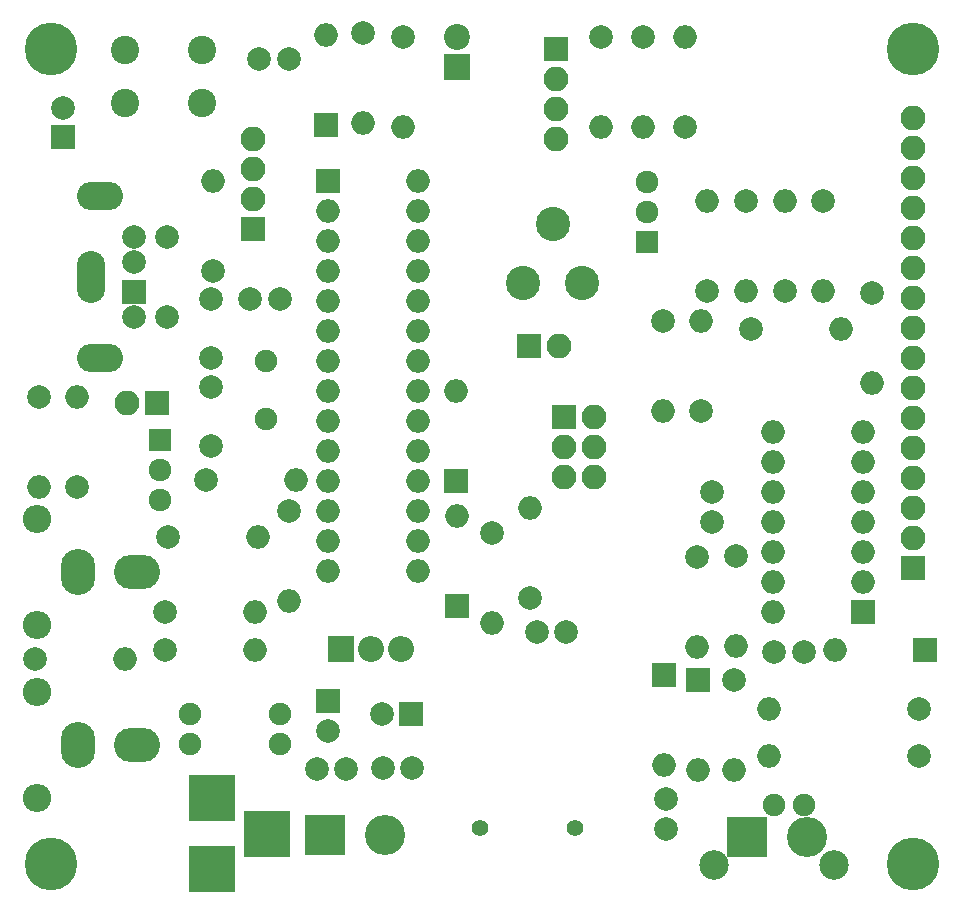
<source format=gbr>
G04 #@! TF.FileFunction,Soldermask,Bot*
%FSLAX46Y46*%
G04 Gerber Fmt 4.6, Leading zero omitted, Abs format (unit mm)*
G04 Created by KiCad (PCBNEW 4.0.7) date 01/02/22 20:16:04*
%MOMM*%
%LPD*%
G01*
G04 APERTURE LIST*
%ADD10C,0.100000*%
%ADD11C,2.000000*%
%ADD12O,2.000000X2.000000*%
%ADD13R,2.000000X2.000000*%
%ADD14R,3.900000X3.900000*%
%ADD15C,4.464000*%
%ADD16R,2.100000X2.100000*%
%ADD17O,2.100000X2.100000*%
%ADD18O,2.400000X2.400000*%
%ADD19O,2.900000X3.900000*%
%ADD20O,3.900000X2.900000*%
%ADD21O,3.900000X2.400000*%
%ADD22O,2.400000X4.400000*%
%ADD23C,2.900000*%
%ADD24C,2.400000*%
%ADD25R,2.200000X2.200000*%
%ADD26O,2.200000X2.200000*%
%ADD27C,1.400000*%
%ADD28C,1.900000*%
%ADD29C,2.200000*%
%ADD30C,1.920000*%
%ADD31R,1.920000X1.920000*%
%ADD32R,3.400000X3.400000*%
%ADD33C,3.400000*%
%ADD34C,2.500000*%
G04 APERTURE END LIST*
D10*
D11*
X113870000Y-78860000D03*
D12*
X113870000Y-86480000D03*
D11*
X92330000Y-107010000D03*
D12*
X92330000Y-114630000D03*
D13*
X78480000Y-121230000D03*
D11*
X78480000Y-123730000D03*
X75170000Y-66900000D03*
X72670000Y-66900000D03*
D13*
X56000000Y-73500000D03*
D11*
X56000000Y-71000000D03*
X74400000Y-87200000D03*
X71900000Y-87200000D03*
X68560000Y-87170000D03*
X68560000Y-92170000D03*
X68560000Y-94600000D03*
X68560000Y-99600000D03*
X96150000Y-115340000D03*
X98650000Y-115340000D03*
D13*
X85520000Y-122350000D03*
D11*
X83020000Y-122350000D03*
D13*
X78330000Y-72430000D03*
D12*
X78330000Y-64810000D03*
D13*
X89340000Y-102600000D03*
D12*
X89340000Y-94980000D03*
D13*
X89380000Y-113160000D03*
D12*
X89380000Y-105540000D03*
D14*
X68620000Y-129460000D03*
X68620000Y-135460000D03*
X73320000Y-132460000D03*
D15*
X128000000Y-66000000D03*
X55000000Y-66000000D03*
D16*
X98450000Y-97160000D03*
D17*
X100990000Y-97160000D03*
X98450000Y-99700000D03*
X100990000Y-99700000D03*
X98450000Y-102240000D03*
X100990000Y-102240000D03*
D15*
X128000000Y-135000000D03*
X55000000Y-135000000D03*
D16*
X97790000Y-66040000D03*
D17*
X97790000Y-68580000D03*
X97790000Y-71120000D03*
X97790000Y-73660000D03*
D16*
X72136000Y-81280000D03*
D17*
X72136000Y-78740000D03*
X72136000Y-76200000D03*
X72136000Y-73660000D03*
D18*
X53840000Y-114810000D03*
X53840000Y-105810000D03*
D19*
X57340000Y-110310000D03*
D20*
X62340000Y-110310000D03*
D18*
X53840000Y-129450000D03*
X53840000Y-120450000D03*
D19*
X57340000Y-124950000D03*
D20*
X62340000Y-124950000D03*
D16*
X95480000Y-91140000D03*
D17*
X98020000Y-91140000D03*
D21*
X59180000Y-78460000D03*
X59180000Y-92160000D03*
D13*
X62030000Y-86610000D03*
D11*
X62030000Y-84010000D03*
X62030000Y-88710000D03*
X62030000Y-81910000D03*
X64830000Y-88710000D03*
X64830000Y-81910000D03*
D22*
X58380000Y-85310000D03*
D11*
X81460000Y-64690000D03*
D12*
X81460000Y-72310000D03*
D11*
X105156000Y-65024000D03*
D12*
X105156000Y-72644000D03*
D11*
X101600000Y-65024000D03*
D12*
X101600000Y-72644000D03*
D11*
X64920000Y-107370000D03*
D12*
X72540000Y-107370000D03*
D11*
X53680000Y-117650000D03*
D12*
X61300000Y-117650000D03*
D11*
X108712000Y-72644000D03*
D12*
X108712000Y-65024000D03*
D11*
X64650000Y-116930000D03*
D12*
X72270000Y-116930000D03*
D11*
X64680000Y-113690000D03*
D12*
X72300000Y-113690000D03*
D11*
X117180000Y-86500000D03*
D12*
X117180000Y-78880000D03*
D11*
X120390000Y-78870000D03*
D12*
X120390000Y-86490000D03*
D11*
X110540000Y-86480000D03*
D12*
X110540000Y-78860000D03*
D11*
X106810000Y-89040000D03*
D12*
X106810000Y-96660000D03*
D11*
X110030000Y-96700000D03*
D12*
X110030000Y-89080000D03*
D11*
X57190000Y-103130000D03*
D12*
X57190000Y-95510000D03*
D11*
X53970000Y-95460000D03*
D12*
X53970000Y-103080000D03*
D23*
X97496000Y-80812000D03*
X99996000Y-85852000D03*
X94996000Y-85852000D03*
D24*
X67818000Y-66112000D03*
X67818000Y-70612000D03*
X61318000Y-66112000D03*
X61318000Y-70612000D03*
D25*
X79600000Y-116850000D03*
D26*
X82140000Y-116850000D03*
X84680000Y-116850000D03*
D13*
X78486000Y-77216000D03*
D12*
X86106000Y-110236000D03*
X78486000Y-79756000D03*
X86106000Y-107696000D03*
X78486000Y-82296000D03*
X86106000Y-105156000D03*
X78486000Y-84836000D03*
X86106000Y-102616000D03*
X78486000Y-87376000D03*
X86106000Y-100076000D03*
X78486000Y-89916000D03*
X86106000Y-97536000D03*
X78486000Y-92456000D03*
X86106000Y-94996000D03*
X78486000Y-94996000D03*
X86106000Y-92456000D03*
X78486000Y-97536000D03*
X86106000Y-89916000D03*
X78486000Y-100076000D03*
X86106000Y-87376000D03*
X78486000Y-102616000D03*
X86106000Y-84836000D03*
X78486000Y-105156000D03*
X86106000Y-82296000D03*
X78486000Y-107696000D03*
X86106000Y-79756000D03*
X78486000Y-110236000D03*
X86106000Y-77216000D03*
D16*
X128000000Y-110000000D03*
D17*
X128000000Y-107460000D03*
X128000000Y-104920000D03*
X128000000Y-102380000D03*
X128000000Y-99840000D03*
X128000000Y-97300000D03*
X128000000Y-94760000D03*
X128000000Y-92220000D03*
X128000000Y-89680000D03*
X128000000Y-87140000D03*
X128000000Y-84600000D03*
X128000000Y-82060000D03*
X128000000Y-79520000D03*
X128000000Y-76980000D03*
X128000000Y-74440000D03*
X128000000Y-71900000D03*
D27*
X91360000Y-132000000D03*
X99360000Y-132000000D03*
D28*
X73260000Y-97340000D03*
X73260000Y-92460000D03*
D25*
X89408000Y-67564000D03*
D29*
X89408000Y-65024000D03*
D11*
X84836000Y-65024000D03*
D12*
X84836000Y-72644000D03*
D30*
X64260000Y-101640000D03*
X64260000Y-104180000D03*
D31*
X64260000Y-99100000D03*
D11*
X68110000Y-102490000D03*
D12*
X75730000Y-102490000D03*
D16*
X64008000Y-96012000D03*
D17*
X61468000Y-96012000D03*
D11*
X68730000Y-84830000D03*
D12*
X68730000Y-77210000D03*
D32*
X78232000Y-132588000D03*
D33*
X83312000Y-132588000D03*
D30*
X105520000Y-79780000D03*
X105520000Y-77240000D03*
D31*
X105520000Y-82320000D03*
D11*
X95550000Y-112490000D03*
D12*
X95550000Y-104870000D03*
D11*
X107070000Y-129530000D03*
X107070000Y-132030000D03*
X116250000Y-117080000D03*
X118750000Y-117080000D03*
D13*
X109830000Y-119420000D03*
D12*
X109830000Y-127040000D03*
D13*
X129050000Y-116940000D03*
D12*
X121430000Y-116940000D03*
D28*
X116260000Y-130000000D03*
X118800000Y-130000000D03*
D34*
X121340000Y-135080000D03*
X111180000Y-135080000D03*
D32*
X113974000Y-132728000D03*
D33*
X119054000Y-132728000D03*
D11*
X128550000Y-125870000D03*
D12*
X115850000Y-125870000D03*
D11*
X128520000Y-121870000D03*
D12*
X115820000Y-121870000D03*
D11*
X112990000Y-108910000D03*
D12*
X112990000Y-116530000D03*
D11*
X75200000Y-105170000D03*
D12*
X75200000Y-112790000D03*
D13*
X123770000Y-113660000D03*
D12*
X116150000Y-98420000D03*
X123770000Y-111120000D03*
X116150000Y-100960000D03*
X123770000Y-108580000D03*
X116150000Y-103500000D03*
X123770000Y-106040000D03*
X116150000Y-106040000D03*
X123770000Y-103500000D03*
X116150000Y-108580000D03*
X123770000Y-100960000D03*
X116150000Y-111120000D03*
X123770000Y-98420000D03*
X116150000Y-113660000D03*
D11*
X112850000Y-119420000D03*
D12*
X112850000Y-127040000D03*
D11*
X111010000Y-106030000D03*
X111010000Y-103530000D03*
D13*
X106930000Y-119000000D03*
D12*
X106930000Y-126620000D03*
D11*
X109720000Y-108990000D03*
D12*
X109720000Y-116610000D03*
D11*
X124530000Y-86700000D03*
D12*
X124530000Y-94320000D03*
D11*
X114300000Y-89720000D03*
D12*
X121920000Y-89720000D03*
D11*
X83090000Y-126930000D03*
X85590000Y-126930000D03*
X80000000Y-127000000D03*
X77500000Y-127000000D03*
D28*
X66770000Y-122340000D03*
X74390000Y-122340000D03*
X66770000Y-124880000D03*
X74390000Y-124880000D03*
M02*

</source>
